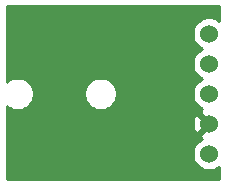
<source format=gbr>
G04 #@! TF.GenerationSoftware,KiCad,Pcbnew,(5.1.5)-3*
G04 #@! TF.CreationDate,2020-12-21T13:18:25+01:00*
G04 #@! TF.ProjectId,epimetheus_paj7620,6570696d-6574-4686-9575-735f70616a37,rev?*
G04 #@! TF.SameCoordinates,Original*
G04 #@! TF.FileFunction,Copper,L2,Bot*
G04 #@! TF.FilePolarity,Positive*
%FSLAX46Y46*%
G04 Gerber Fmt 4.6, Leading zero omitted, Abs format (unit mm)*
G04 Created by KiCad (PCBNEW (5.1.5)-3) date 2020-12-21 13:18:25*
%MOMM*%
%LPD*%
G04 APERTURE LIST*
%ADD10C,1.524000*%
%ADD11C,0.800000*%
%ADD12C,0.254000*%
G04 APERTURE END LIST*
D10*
X179578000Y-25908000D03*
X179578000Y-28448000D03*
X179578000Y-30988000D03*
X179578000Y-33528000D03*
X179578000Y-36068000D03*
D11*
X172974000Y-35560000D03*
D12*
G36*
X180442001Y-24805150D02*
G01*
X180239727Y-24669995D01*
X179985490Y-24564686D01*
X179715592Y-24511000D01*
X179440408Y-24511000D01*
X179170510Y-24564686D01*
X178916273Y-24669995D01*
X178687465Y-24822880D01*
X178492880Y-25017465D01*
X178339995Y-25246273D01*
X178234686Y-25500510D01*
X178181000Y-25770408D01*
X178181000Y-26045592D01*
X178234686Y-26315490D01*
X178339995Y-26569727D01*
X178492880Y-26798535D01*
X178687465Y-26993120D01*
X178916273Y-27146005D01*
X178993515Y-27178000D01*
X178916273Y-27209995D01*
X178687465Y-27362880D01*
X178492880Y-27557465D01*
X178339995Y-27786273D01*
X178234686Y-28040510D01*
X178181000Y-28310408D01*
X178181000Y-28585592D01*
X178234686Y-28855490D01*
X178339995Y-29109727D01*
X178492880Y-29338535D01*
X178687465Y-29533120D01*
X178916273Y-29686005D01*
X178993515Y-29718000D01*
X178916273Y-29749995D01*
X178687465Y-29902880D01*
X178492880Y-30097465D01*
X178339995Y-30326273D01*
X178234686Y-30580510D01*
X178181000Y-30850408D01*
X178181000Y-31125592D01*
X178234686Y-31395490D01*
X178339995Y-31649727D01*
X178492880Y-31878535D01*
X178687465Y-32073120D01*
X178916273Y-32226005D01*
X178987943Y-32255692D01*
X178974977Y-32260364D01*
X178859020Y-32322344D01*
X178792040Y-32562435D01*
X179578000Y-33348395D01*
X179592143Y-33334253D01*
X179771748Y-33513858D01*
X179757605Y-33528000D01*
X179771748Y-33542143D01*
X179592143Y-33721748D01*
X179578000Y-33707605D01*
X178792040Y-34493565D01*
X178859020Y-34733656D01*
X178994760Y-34797485D01*
X178916273Y-34829995D01*
X178687465Y-34982880D01*
X178492880Y-35177465D01*
X178339995Y-35406273D01*
X178234686Y-35660510D01*
X178181000Y-35930408D01*
X178181000Y-36205592D01*
X178234686Y-36475490D01*
X178339995Y-36729727D01*
X178492880Y-36958535D01*
X178687465Y-37153120D01*
X178916273Y-37306005D01*
X179170510Y-37411314D01*
X179440408Y-37465000D01*
X179715592Y-37465000D01*
X179985490Y-37411314D01*
X180239727Y-37306005D01*
X180442000Y-37170850D01*
X180442000Y-38202000D01*
X162458000Y-38202000D01*
X162458000Y-33600017D01*
X178176090Y-33600017D01*
X178217078Y-33872133D01*
X178310364Y-34131023D01*
X178372344Y-34246980D01*
X178612435Y-34313960D01*
X179398395Y-33528000D01*
X178612435Y-32742040D01*
X178372344Y-32809020D01*
X178255244Y-33058048D01*
X178188977Y-33325135D01*
X178176090Y-33600017D01*
X162458000Y-33600017D01*
X162458000Y-32031685D01*
X162490114Y-32063799D01*
X162716957Y-32215371D01*
X162969011Y-32319775D01*
X163236589Y-32373000D01*
X163509411Y-32373000D01*
X163776989Y-32319775D01*
X164029043Y-32215371D01*
X164255886Y-32063799D01*
X164448799Y-31870886D01*
X164600371Y-31644043D01*
X164704775Y-31391989D01*
X164758000Y-31124411D01*
X164758000Y-30851589D01*
X168988000Y-30851589D01*
X168988000Y-31124411D01*
X169041225Y-31391989D01*
X169145629Y-31644043D01*
X169297201Y-31870886D01*
X169490114Y-32063799D01*
X169716957Y-32215371D01*
X169969011Y-32319775D01*
X170236589Y-32373000D01*
X170509411Y-32373000D01*
X170776989Y-32319775D01*
X171029043Y-32215371D01*
X171255886Y-32063799D01*
X171448799Y-31870886D01*
X171600371Y-31644043D01*
X171704775Y-31391989D01*
X171758000Y-31124411D01*
X171758000Y-30851589D01*
X171704775Y-30584011D01*
X171600371Y-30331957D01*
X171448799Y-30105114D01*
X171255886Y-29912201D01*
X171029043Y-29760629D01*
X170776989Y-29656225D01*
X170509411Y-29603000D01*
X170236589Y-29603000D01*
X169969011Y-29656225D01*
X169716957Y-29760629D01*
X169490114Y-29912201D01*
X169297201Y-30105114D01*
X169145629Y-30331957D01*
X169041225Y-30584011D01*
X168988000Y-30851589D01*
X164758000Y-30851589D01*
X164704775Y-30584011D01*
X164600371Y-30331957D01*
X164448799Y-30105114D01*
X164255886Y-29912201D01*
X164029043Y-29760629D01*
X163776989Y-29656225D01*
X163509411Y-29603000D01*
X163236589Y-29603000D01*
X162969011Y-29656225D01*
X162716957Y-29760629D01*
X162490114Y-29912201D01*
X162458000Y-29944315D01*
X162458000Y-23520000D01*
X180442001Y-23520000D01*
X180442001Y-24805150D01*
G37*
X180442001Y-24805150D02*
X180239727Y-24669995D01*
X179985490Y-24564686D01*
X179715592Y-24511000D01*
X179440408Y-24511000D01*
X179170510Y-24564686D01*
X178916273Y-24669995D01*
X178687465Y-24822880D01*
X178492880Y-25017465D01*
X178339995Y-25246273D01*
X178234686Y-25500510D01*
X178181000Y-25770408D01*
X178181000Y-26045592D01*
X178234686Y-26315490D01*
X178339995Y-26569727D01*
X178492880Y-26798535D01*
X178687465Y-26993120D01*
X178916273Y-27146005D01*
X178993515Y-27178000D01*
X178916273Y-27209995D01*
X178687465Y-27362880D01*
X178492880Y-27557465D01*
X178339995Y-27786273D01*
X178234686Y-28040510D01*
X178181000Y-28310408D01*
X178181000Y-28585592D01*
X178234686Y-28855490D01*
X178339995Y-29109727D01*
X178492880Y-29338535D01*
X178687465Y-29533120D01*
X178916273Y-29686005D01*
X178993515Y-29718000D01*
X178916273Y-29749995D01*
X178687465Y-29902880D01*
X178492880Y-30097465D01*
X178339995Y-30326273D01*
X178234686Y-30580510D01*
X178181000Y-30850408D01*
X178181000Y-31125592D01*
X178234686Y-31395490D01*
X178339995Y-31649727D01*
X178492880Y-31878535D01*
X178687465Y-32073120D01*
X178916273Y-32226005D01*
X178987943Y-32255692D01*
X178974977Y-32260364D01*
X178859020Y-32322344D01*
X178792040Y-32562435D01*
X179578000Y-33348395D01*
X179592143Y-33334253D01*
X179771748Y-33513858D01*
X179757605Y-33528000D01*
X179771748Y-33542143D01*
X179592143Y-33721748D01*
X179578000Y-33707605D01*
X178792040Y-34493565D01*
X178859020Y-34733656D01*
X178994760Y-34797485D01*
X178916273Y-34829995D01*
X178687465Y-34982880D01*
X178492880Y-35177465D01*
X178339995Y-35406273D01*
X178234686Y-35660510D01*
X178181000Y-35930408D01*
X178181000Y-36205592D01*
X178234686Y-36475490D01*
X178339995Y-36729727D01*
X178492880Y-36958535D01*
X178687465Y-37153120D01*
X178916273Y-37306005D01*
X179170510Y-37411314D01*
X179440408Y-37465000D01*
X179715592Y-37465000D01*
X179985490Y-37411314D01*
X180239727Y-37306005D01*
X180442000Y-37170850D01*
X180442000Y-38202000D01*
X162458000Y-38202000D01*
X162458000Y-33600017D01*
X178176090Y-33600017D01*
X178217078Y-33872133D01*
X178310364Y-34131023D01*
X178372344Y-34246980D01*
X178612435Y-34313960D01*
X179398395Y-33528000D01*
X178612435Y-32742040D01*
X178372344Y-32809020D01*
X178255244Y-33058048D01*
X178188977Y-33325135D01*
X178176090Y-33600017D01*
X162458000Y-33600017D01*
X162458000Y-32031685D01*
X162490114Y-32063799D01*
X162716957Y-32215371D01*
X162969011Y-32319775D01*
X163236589Y-32373000D01*
X163509411Y-32373000D01*
X163776989Y-32319775D01*
X164029043Y-32215371D01*
X164255886Y-32063799D01*
X164448799Y-31870886D01*
X164600371Y-31644043D01*
X164704775Y-31391989D01*
X164758000Y-31124411D01*
X164758000Y-30851589D01*
X168988000Y-30851589D01*
X168988000Y-31124411D01*
X169041225Y-31391989D01*
X169145629Y-31644043D01*
X169297201Y-31870886D01*
X169490114Y-32063799D01*
X169716957Y-32215371D01*
X169969011Y-32319775D01*
X170236589Y-32373000D01*
X170509411Y-32373000D01*
X170776989Y-32319775D01*
X171029043Y-32215371D01*
X171255886Y-32063799D01*
X171448799Y-31870886D01*
X171600371Y-31644043D01*
X171704775Y-31391989D01*
X171758000Y-31124411D01*
X171758000Y-30851589D01*
X171704775Y-30584011D01*
X171600371Y-30331957D01*
X171448799Y-30105114D01*
X171255886Y-29912201D01*
X171029043Y-29760629D01*
X170776989Y-29656225D01*
X170509411Y-29603000D01*
X170236589Y-29603000D01*
X169969011Y-29656225D01*
X169716957Y-29760629D01*
X169490114Y-29912201D01*
X169297201Y-30105114D01*
X169145629Y-30331957D01*
X169041225Y-30584011D01*
X168988000Y-30851589D01*
X164758000Y-30851589D01*
X164704775Y-30584011D01*
X164600371Y-30331957D01*
X164448799Y-30105114D01*
X164255886Y-29912201D01*
X164029043Y-29760629D01*
X163776989Y-29656225D01*
X163509411Y-29603000D01*
X163236589Y-29603000D01*
X162969011Y-29656225D01*
X162716957Y-29760629D01*
X162490114Y-29912201D01*
X162458000Y-29944315D01*
X162458000Y-23520000D01*
X180442001Y-23520000D01*
X180442001Y-24805150D01*
M02*

</source>
